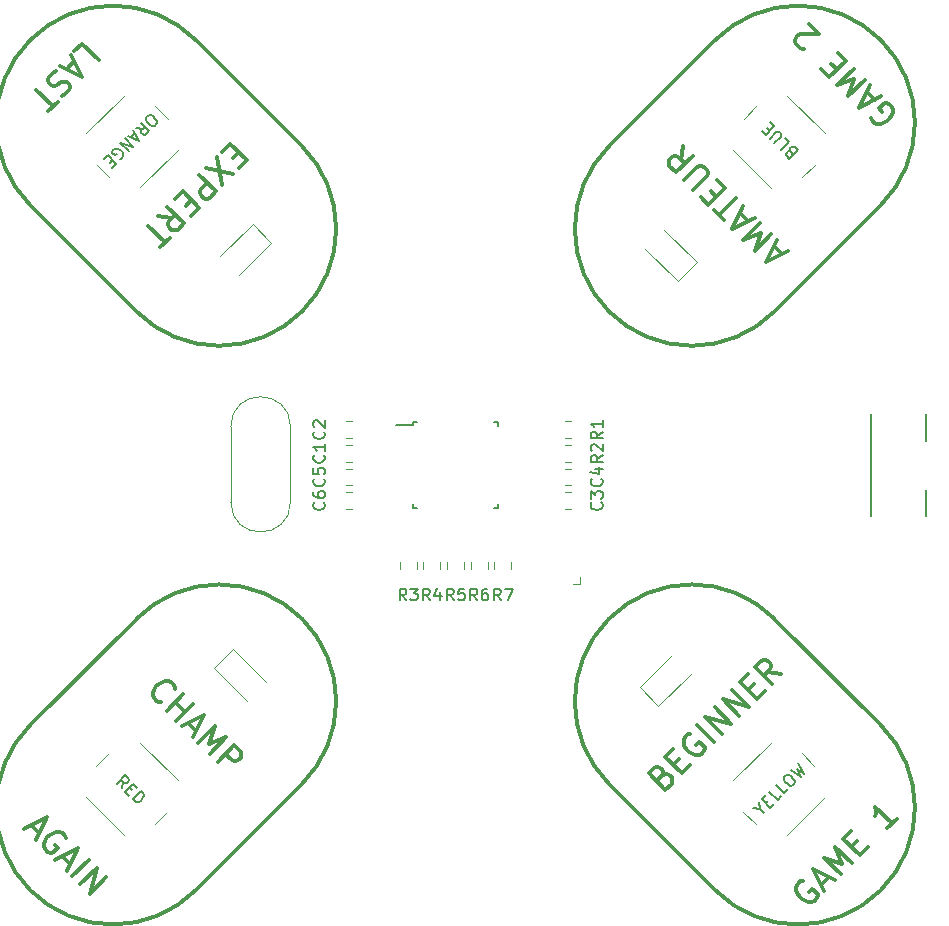
<source format=gbr>
G04 #@! TF.GenerationSoftware,KiCad,Pcbnew,(5.1.4)-1*
G04 #@! TF.CreationDate,2019-10-23T12:43:35-04:00*
G04 #@! TF.ProjectId,RepeatGame,52657065-6174-4476-916d-652e6b696361,A*
G04 #@! TF.SameCoordinates,Original*
G04 #@! TF.FileFunction,Legend,Top*
G04 #@! TF.FilePolarity,Positive*
%FSLAX46Y46*%
G04 Gerber Fmt 4.6, Leading zero omitted, Abs format (unit mm)*
G04 Created by KiCad (PCBNEW (5.1.4)-1) date 2019-10-23 12:43:35*
%MOMM*%
%LPD*%
G04 APERTURE LIST*
%ADD10C,0.300000*%
%ADD11C,0.150000*%
%ADD12C,0.120000*%
G04 APERTURE END LIST*
D10*
X170999999Y-47999999D02*
X162000000Y-57000000D01*
X162000000Y-57000000D02*
G75*
G02X148000002Y-43000002I-6999999J6999999D01*
G01*
X157000001Y-34000001D02*
G75*
G02X170999999Y-47999999I6999999J-6999999D01*
G01*
X157000001Y-34000001D02*
X148000000Y-43000000D01*
X99000000Y-48000000D02*
G75*
G02X112999998Y-34000002I6999999J6999999D01*
G01*
X108000001Y-56999999D02*
X99000000Y-48000000D01*
X121999999Y-43000001D02*
G75*
G02X108000001Y-56999999I-6999999J-6999999D01*
G01*
X121999999Y-43000001D02*
X113000000Y-34000000D01*
X99000001Y-92000001D02*
X108000000Y-83000000D01*
X112999999Y-105999999D02*
X122000000Y-97000000D01*
X108000000Y-83000000D02*
G75*
G02X121999998Y-96999998I6999999J-6999999D01*
G01*
X112999999Y-105999999D02*
G75*
G02X99000001Y-92000001I-6999999J6999999D01*
G01*
X148000001Y-96999999D02*
X157000000Y-106000000D01*
X161999999Y-83000001D02*
X171000000Y-92000000D01*
X171000000Y-92000000D02*
G75*
G02X157000002Y-105999998I-6999999J-6999999D01*
G01*
X148000001Y-96999999D02*
G75*
G02X161999999Y-83000001I6999999J6999999D01*
G01*
X170188663Y-40602877D02*
X170256007Y-40804907D01*
X170458037Y-41006938D01*
X170727411Y-41141625D01*
X170996785Y-41141625D01*
X171198816Y-41074281D01*
X171535533Y-40872251D01*
X171737564Y-40670220D01*
X171939594Y-40333503D01*
X172006938Y-40131472D01*
X172006938Y-39862098D01*
X171872251Y-39592724D01*
X171737564Y-39458037D01*
X171468190Y-39323350D01*
X171333503Y-39323350D01*
X170862098Y-39794755D01*
X171131472Y-40064129D01*
X170525381Y-39053976D02*
X169851946Y-38380541D01*
X171064129Y-38784602D02*
X169178511Y-39727411D01*
X170121320Y-37841793D01*
X169649915Y-37370389D02*
X168235702Y-38784602D01*
X168774450Y-37303045D01*
X167292893Y-37841793D01*
X168707106Y-36427580D01*
X167292893Y-36494923D02*
X166821488Y-36023519D01*
X167360236Y-35080710D02*
X168033671Y-35754145D01*
X166619458Y-37168358D01*
X165946023Y-36494923D01*
X164464466Y-34743992D02*
X164329779Y-34743992D01*
X164127748Y-34676649D01*
X163791031Y-34339931D01*
X163723687Y-34137901D01*
X163723687Y-34003214D01*
X163791031Y-33801183D01*
X163925718Y-33666496D01*
X164195092Y-33531809D01*
X165811336Y-33531809D01*
X164935870Y-32656344D01*
X102740778Y-34979694D02*
X103414213Y-34306259D01*
X104828427Y-35720473D01*
X102740778Y-35787816D02*
X102067343Y-36461251D01*
X102471404Y-35249068D02*
X103414213Y-37134687D01*
X101528595Y-36191877D01*
X101191877Y-36663282D02*
X100922503Y-36797969D01*
X100585786Y-37134687D01*
X100518442Y-37336717D01*
X100518442Y-37471404D01*
X100585786Y-37673435D01*
X100720473Y-37808122D01*
X100922503Y-37875465D01*
X101057190Y-37875465D01*
X101259221Y-37808122D01*
X101595938Y-37606091D01*
X101797969Y-37538748D01*
X101932656Y-37538748D01*
X102134687Y-37606091D01*
X102269374Y-37740778D01*
X102336717Y-37942809D01*
X102336717Y-38077496D01*
X102269374Y-38279526D01*
X101932656Y-38616244D01*
X101663282Y-38750931D01*
X101326564Y-39222335D02*
X100518442Y-40030457D01*
X99508290Y-38212183D02*
X100922503Y-39626396D01*
X99036885Y-100508290D02*
X99710320Y-101181725D01*
X98498137Y-100777664D02*
X100383755Y-99834855D01*
X99440946Y-101720473D01*
X102000000Y-101585786D02*
X101932656Y-101383755D01*
X101730625Y-101181725D01*
X101461251Y-101047038D01*
X101191877Y-101047038D01*
X100989847Y-101114381D01*
X100653129Y-101316412D01*
X100451099Y-101518442D01*
X100249068Y-101855160D01*
X100181725Y-102057190D01*
X100181725Y-102326564D01*
X100316412Y-102595938D01*
X100451099Y-102730625D01*
X100720473Y-102865312D01*
X100855160Y-102865312D01*
X101326564Y-102393908D01*
X101057190Y-102124534D01*
X101663282Y-103134687D02*
X102336717Y-103808122D01*
X101124534Y-103404061D02*
X103010152Y-102461251D01*
X102067343Y-104346870D01*
X102538748Y-104818274D02*
X103952961Y-103404061D01*
X103212183Y-105491709D02*
X104626396Y-104077496D01*
X104020305Y-106299831D01*
X105434518Y-104885618D01*
X164397122Y-105188663D02*
X164195092Y-105256007D01*
X163993061Y-105458037D01*
X163858374Y-105727411D01*
X163858374Y-105996785D01*
X163925718Y-106198816D01*
X164127748Y-106535533D01*
X164329779Y-106737564D01*
X164666496Y-106939594D01*
X164868527Y-107006938D01*
X165137901Y-107006938D01*
X165407275Y-106872251D01*
X165541962Y-106737564D01*
X165676649Y-106468190D01*
X165676649Y-106333503D01*
X165205244Y-105862098D01*
X164935870Y-106131472D01*
X165946023Y-105525381D02*
X166619458Y-104851946D01*
X166215397Y-106064129D02*
X165272588Y-104178511D01*
X167158206Y-105121320D01*
X167629610Y-104649915D02*
X166215397Y-103235702D01*
X167696954Y-103774450D01*
X167158206Y-102292893D01*
X168572419Y-103707106D01*
X168505076Y-102292893D02*
X168976480Y-101821488D01*
X169919289Y-102360236D02*
X169245854Y-103033671D01*
X167831641Y-101619458D01*
X168505076Y-100946023D01*
X172343655Y-99935870D02*
X171535533Y-100743992D01*
X171939594Y-100339931D02*
X170525381Y-98925718D01*
X170592724Y-99262435D01*
X170592724Y-99531809D01*
X170525381Y-99733840D01*
X110070557Y-90080710D02*
X109935870Y-90080710D01*
X109666496Y-89946023D01*
X109531809Y-89811336D01*
X109397122Y-89541962D01*
X109397122Y-89272588D01*
X109464466Y-89070557D01*
X109666496Y-88733840D01*
X109868527Y-88531809D01*
X110205244Y-88329779D01*
X110407275Y-88262435D01*
X110676649Y-88262435D01*
X110946023Y-88397122D01*
X111080710Y-88531809D01*
X111215397Y-88801183D01*
X111215397Y-88935870D01*
X110541962Y-90821488D02*
X111956175Y-89407275D01*
X111282740Y-90080710D02*
X112090862Y-90888832D01*
X111350084Y-91629610D02*
X112764297Y-90215397D01*
X112360236Y-91831641D02*
X113033671Y-92505076D01*
X111821488Y-92101015D02*
X113707106Y-91158206D01*
X112764297Y-93043824D01*
X113235702Y-93515228D02*
X114649915Y-92101015D01*
X114111167Y-93582572D01*
X115592724Y-93043824D01*
X114178511Y-94458037D01*
X114851946Y-95131472D02*
X116266159Y-93717259D01*
X116804907Y-94256007D01*
X116872251Y-94458037D01*
X116872251Y-94592724D01*
X116804907Y-94794755D01*
X116602877Y-94996785D01*
X116400846Y-95064129D01*
X116266159Y-95064129D01*
X116064129Y-94996785D01*
X115525381Y-94458037D01*
X116670220Y-43531809D02*
X116198816Y-44003214D01*
X115256007Y-43464466D02*
X115929442Y-42791031D01*
X117343655Y-44205244D01*
X116670220Y-44878679D01*
X116198816Y-45350084D02*
X113841793Y-44878679D01*
X115256007Y-46292893D02*
X114784602Y-43935870D01*
X113303045Y-45417427D02*
X114717259Y-46831641D01*
X114178511Y-47370389D01*
X113976480Y-47437732D01*
X113841793Y-47437732D01*
X113639763Y-47370389D01*
X113437732Y-47168358D01*
X113370389Y-46966328D01*
X113370389Y-46831641D01*
X113437732Y-46629610D01*
X113976480Y-46090862D01*
X112629610Y-47572419D02*
X112158206Y-48043824D01*
X111215397Y-47505076D02*
X111888832Y-46831641D01*
X113303045Y-48245854D01*
X112629610Y-48919289D01*
X109801183Y-48919289D02*
X110946023Y-49121320D01*
X110609305Y-48111167D02*
X112023519Y-49525381D01*
X111484771Y-50064129D01*
X111282740Y-50131472D01*
X111148053Y-50131472D01*
X110946023Y-50064129D01*
X110743992Y-49862098D01*
X110676649Y-49660068D01*
X110676649Y-49525381D01*
X110743992Y-49323350D01*
X111282740Y-48784602D01*
X110811336Y-50737564D02*
X110003214Y-51545686D01*
X108993061Y-49727411D02*
X110407275Y-51141625D01*
X162613029Y-52141625D02*
X161939594Y-51468190D01*
X163151777Y-51872251D02*
X161266159Y-52815060D01*
X162208968Y-50929442D01*
X161737564Y-50458037D02*
X160323350Y-51872251D01*
X160862098Y-50390694D01*
X159380541Y-50929442D01*
X160794755Y-49515228D01*
X159784602Y-49313198D02*
X159111167Y-48639763D01*
X160323350Y-49043824D02*
X158437732Y-49986633D01*
X159380541Y-48101015D01*
X157696954Y-49245854D02*
X156888832Y-48437732D01*
X158707106Y-47427580D02*
X157292893Y-48841793D01*
X157090862Y-47292893D02*
X156619458Y-46821488D01*
X157158206Y-45878679D02*
X157831641Y-46552114D01*
X156417427Y-47966328D01*
X155743992Y-47292893D01*
X155137901Y-46686801D02*
X156282740Y-45541962D01*
X156350084Y-45339931D01*
X156350084Y-45205244D01*
X156282740Y-45003214D01*
X156013366Y-44733840D01*
X155811336Y-44666496D01*
X155676649Y-44666496D01*
X155474618Y-44733840D01*
X154329779Y-45878679D01*
X154262435Y-42982909D02*
X154060405Y-44127748D01*
X155070557Y-43791031D02*
X153656344Y-45205244D01*
X153117596Y-44666496D01*
X153050252Y-44464466D01*
X153050252Y-44329779D01*
X153117596Y-44127748D01*
X153319626Y-43925718D01*
X153521657Y-43858374D01*
X153656344Y-43858374D01*
X153858374Y-43925718D01*
X154397122Y-44464466D01*
X152487985Y-96309984D02*
X152757359Y-96175297D01*
X152892046Y-96175297D01*
X153094076Y-96242640D01*
X153296107Y-96444671D01*
X153363450Y-96646701D01*
X153363450Y-96781388D01*
X153296107Y-96983419D01*
X152757359Y-97522167D01*
X151343145Y-96107953D01*
X151814550Y-95636549D01*
X152016580Y-95569205D01*
X152151267Y-95569205D01*
X152353298Y-95636549D01*
X152487985Y-95771236D01*
X152555328Y-95973266D01*
X152555328Y-96107953D01*
X152487985Y-96309984D01*
X152016580Y-96781388D01*
X153430794Y-95367175D02*
X153902198Y-94895770D01*
X154845007Y-95434518D02*
X154171572Y-96107953D01*
X152757359Y-94693740D01*
X153430794Y-94020305D01*
X154845007Y-92740778D02*
X154642977Y-92808122D01*
X154440946Y-93010152D01*
X154306259Y-93279526D01*
X154306259Y-93548900D01*
X154373603Y-93750931D01*
X154575633Y-94087648D01*
X154777664Y-94289679D01*
X155114381Y-94491709D01*
X155316412Y-94559053D01*
X155585786Y-94559053D01*
X155855160Y-94424366D01*
X155989847Y-94289679D01*
X156124534Y-94020305D01*
X156124534Y-93885618D01*
X155653129Y-93414213D01*
X155383755Y-93683587D01*
X156865312Y-93414213D02*
X155451099Y-92000000D01*
X157538748Y-92740778D02*
X156124534Y-91326564D01*
X158346870Y-91932656D01*
X156932656Y-90518442D01*
X159020305Y-91259221D02*
X157606091Y-89845007D01*
X159828427Y-90451099D01*
X158414213Y-89036885D01*
X159761083Y-89036885D02*
X160232488Y-88565481D01*
X161175297Y-89104229D02*
X160501862Y-89777664D01*
X159087648Y-88363450D01*
X159761083Y-87690015D01*
X162589510Y-87690015D02*
X161444671Y-87487985D01*
X161781388Y-88498137D02*
X160367175Y-87083924D01*
X160905923Y-86545176D01*
X161107953Y-86477832D01*
X161242640Y-86477832D01*
X161444671Y-86545176D01*
X161646701Y-86747206D01*
X161714045Y-86949237D01*
X161714045Y-87083924D01*
X161646701Y-87285954D01*
X161107953Y-87824702D01*
D11*
X174800000Y-68000000D02*
X174800000Y-65700000D01*
X174800000Y-74300000D02*
X174800000Y-72100000D01*
X170200000Y-74300000D02*
X170200000Y-65700000D01*
D12*
X109551650Y-100394291D02*
X110612311Y-99333631D01*
X111496194Y-96681981D02*
X108314214Y-93500000D01*
X105662563Y-94383883D02*
X104601903Y-95444544D01*
X103718019Y-98096194D02*
X106900000Y-101278175D01*
X104605709Y-44551650D02*
X105666369Y-45612311D01*
X108318019Y-46496194D02*
X111500000Y-43314214D01*
X110616117Y-40662563D02*
X109555456Y-39601903D01*
X106903806Y-38718019D02*
X103721825Y-41900000D01*
X160448350Y-39605709D02*
X159387689Y-40666369D01*
X158503806Y-43318019D02*
X161685786Y-46500000D01*
X164337437Y-45616117D02*
X165398097Y-44555456D01*
X166281981Y-41903806D02*
X163100000Y-38721825D01*
X165394291Y-95448350D02*
X164333631Y-94387689D01*
X161681981Y-93503806D02*
X158500000Y-96685786D01*
X159383883Y-99337437D02*
X160444544Y-100398097D01*
X163096194Y-101281981D02*
X166278175Y-98100000D01*
X138290000Y-78238748D02*
X138290000Y-78761252D01*
X139710000Y-78238748D02*
X139710000Y-78761252D01*
X136290000Y-78238748D02*
X136290000Y-78761252D01*
X137710000Y-78238748D02*
X137710000Y-78761252D01*
X134290000Y-78238748D02*
X134290000Y-78761252D01*
X135710000Y-78238748D02*
X135710000Y-78761252D01*
X132290000Y-78238748D02*
X132290000Y-78761252D01*
X133710000Y-78238748D02*
X133710000Y-78761252D01*
X145570000Y-79470000D02*
X145570000Y-80105000D01*
X145570000Y-80105000D02*
X144935000Y-80105000D01*
X114581695Y-87186827D02*
X117328805Y-89933937D01*
X116186827Y-85581695D02*
X114581695Y-87186827D01*
X118933937Y-88328805D02*
X116186827Y-85581695D01*
X117813173Y-49581695D02*
X115066063Y-52328805D01*
X119418305Y-51186827D02*
X117813173Y-49581695D01*
X116671195Y-53933937D02*
X119418305Y-51186827D01*
X155418305Y-52813173D02*
X152671195Y-50066063D01*
X153813173Y-54418305D02*
X155418305Y-52813173D01*
X151066063Y-51671195D02*
X153813173Y-54418305D01*
X152186827Y-90418305D02*
X154933937Y-87671195D01*
X150581695Y-88813173D02*
X152186827Y-90418305D01*
X153328805Y-86066063D02*
X150581695Y-88813173D01*
X115975000Y-73140000D02*
G75*
G03X121025000Y-73140000I2525000J0D01*
G01*
X115975000Y-66740000D02*
G75*
G02X121025000Y-66740000I2525000J0D01*
G01*
X115975000Y-66740000D02*
X115975000Y-73140000D01*
X121025000Y-66740000D02*
X121025000Y-73140000D01*
D11*
X131375000Y-66600000D02*
X129950000Y-66600000D01*
X138625000Y-66375000D02*
X138300000Y-66375000D01*
X138625000Y-73625000D02*
X138300000Y-73625000D01*
X131375000Y-73625000D02*
X131700000Y-73625000D01*
X131375000Y-66375000D02*
X131700000Y-66375000D01*
X131375000Y-73625000D02*
X131375000Y-73300000D01*
X138625000Y-73625000D02*
X138625000Y-73300000D01*
X138625000Y-66375000D02*
X138625000Y-66700000D01*
X131375000Y-66375000D02*
X131375000Y-66600000D01*
D12*
X130290000Y-78238748D02*
X130290000Y-78761252D01*
X131710000Y-78238748D02*
X131710000Y-78761252D01*
X144761252Y-66290000D02*
X144238748Y-66290000D01*
X144761252Y-67710000D02*
X144238748Y-67710000D01*
X144238748Y-69710000D02*
X144761252Y-69710000D01*
X144238748Y-68290000D02*
X144761252Y-68290000D01*
X125738748Y-73710000D02*
X126261252Y-73710000D01*
X125738748Y-72290000D02*
X126261252Y-72290000D01*
X125738748Y-71710000D02*
X126261252Y-71710000D01*
X125738748Y-70290000D02*
X126261252Y-70290000D01*
X144238748Y-71710000D02*
X144761252Y-71710000D01*
X144238748Y-70290000D02*
X144761252Y-70290000D01*
X144761252Y-72290000D02*
X144238748Y-72290000D01*
X144761252Y-73710000D02*
X144238748Y-73710000D01*
X125738748Y-67710000D02*
X126261252Y-67710000D01*
X125738748Y-66290000D02*
X126261252Y-66290000D01*
X125738748Y-69710000D02*
X126261252Y-69710000D01*
X125738748Y-68290000D02*
X126261252Y-68290000D01*
D11*
X138833333Y-81452380D02*
X138500000Y-80976190D01*
X138261904Y-81452380D02*
X138261904Y-80452380D01*
X138642857Y-80452380D01*
X138738095Y-80500000D01*
X138785714Y-80547619D01*
X138833333Y-80642857D01*
X138833333Y-80785714D01*
X138785714Y-80880952D01*
X138738095Y-80928571D01*
X138642857Y-80976190D01*
X138261904Y-80976190D01*
X139166666Y-80452380D02*
X139833333Y-80452380D01*
X139404761Y-81452380D01*
X136833333Y-81452380D02*
X136500000Y-80976190D01*
X136261904Y-81452380D02*
X136261904Y-80452380D01*
X136642857Y-80452380D01*
X136738095Y-80500000D01*
X136785714Y-80547619D01*
X136833333Y-80642857D01*
X136833333Y-80785714D01*
X136785714Y-80880952D01*
X136738095Y-80928571D01*
X136642857Y-80976190D01*
X136261904Y-80976190D01*
X137690476Y-80452380D02*
X137500000Y-80452380D01*
X137404761Y-80500000D01*
X137357142Y-80547619D01*
X137261904Y-80690476D01*
X137214285Y-80880952D01*
X137214285Y-81261904D01*
X137261904Y-81357142D01*
X137309523Y-81404761D01*
X137404761Y-81452380D01*
X137595238Y-81452380D01*
X137690476Y-81404761D01*
X137738095Y-81357142D01*
X137785714Y-81261904D01*
X137785714Y-81023809D01*
X137738095Y-80928571D01*
X137690476Y-80880952D01*
X137595238Y-80833333D01*
X137404761Y-80833333D01*
X137309523Y-80880952D01*
X137261904Y-80928571D01*
X137214285Y-81023809D01*
X134833333Y-81452380D02*
X134500000Y-80976190D01*
X134261904Y-81452380D02*
X134261904Y-80452380D01*
X134642857Y-80452380D01*
X134738095Y-80500000D01*
X134785714Y-80547619D01*
X134833333Y-80642857D01*
X134833333Y-80785714D01*
X134785714Y-80880952D01*
X134738095Y-80928571D01*
X134642857Y-80976190D01*
X134261904Y-80976190D01*
X135738095Y-80452380D02*
X135261904Y-80452380D01*
X135214285Y-80928571D01*
X135261904Y-80880952D01*
X135357142Y-80833333D01*
X135595238Y-80833333D01*
X135690476Y-80880952D01*
X135738095Y-80928571D01*
X135785714Y-81023809D01*
X135785714Y-81261904D01*
X135738095Y-81357142D01*
X135690476Y-81404761D01*
X135595238Y-81452380D01*
X135357142Y-81452380D01*
X135261904Y-81404761D01*
X135214285Y-81357142D01*
X132833333Y-81452380D02*
X132500000Y-80976190D01*
X132261904Y-81452380D02*
X132261904Y-80452380D01*
X132642857Y-80452380D01*
X132738095Y-80500000D01*
X132785714Y-80547619D01*
X132833333Y-80642857D01*
X132833333Y-80785714D01*
X132785714Y-80880952D01*
X132738095Y-80928571D01*
X132642857Y-80976190D01*
X132261904Y-80976190D01*
X133690476Y-80785714D02*
X133690476Y-81452380D01*
X133452380Y-80404761D02*
X133214285Y-81119047D01*
X133833333Y-81119047D01*
X106725549Y-97365312D02*
X106826564Y-96792893D01*
X106321488Y-96961251D02*
X107028595Y-96254145D01*
X107297969Y-96523519D01*
X107331641Y-96624534D01*
X107331641Y-96691877D01*
X107297969Y-96792893D01*
X107196954Y-96893908D01*
X107095938Y-96927580D01*
X107028595Y-96927580D01*
X106927580Y-96893908D01*
X106658206Y-96624534D01*
X107398984Y-97297969D02*
X107634687Y-97533671D01*
X107365312Y-98005076D02*
X107028595Y-97668358D01*
X107735702Y-96961251D01*
X108072419Y-97297969D01*
X107668358Y-98308122D02*
X108375465Y-97601015D01*
X108543824Y-97769374D01*
X108611167Y-97904061D01*
X108611167Y-98038748D01*
X108577496Y-98139763D01*
X108476480Y-98308122D01*
X108375465Y-98409137D01*
X108207106Y-98510152D01*
X108106091Y-98543824D01*
X107971404Y-98543824D01*
X107836717Y-98476480D01*
X107668358Y-98308122D01*
X109654992Y-41119458D02*
X109520305Y-41254145D01*
X109419289Y-41287816D01*
X109284602Y-41287816D01*
X109116244Y-41186801D01*
X108880541Y-40951099D01*
X108779526Y-40782740D01*
X108779526Y-40648053D01*
X108813198Y-40547038D01*
X108947885Y-40412351D01*
X109048900Y-40378679D01*
X109183587Y-40378679D01*
X109351946Y-40479694D01*
X109587648Y-40715397D01*
X109688663Y-40883755D01*
X109688663Y-41018442D01*
X109654992Y-41119458D01*
X107937732Y-41422503D02*
X108510152Y-41523519D01*
X108341793Y-41018442D02*
X109048900Y-41725549D01*
X108779526Y-41994923D01*
X108678511Y-42028595D01*
X108611167Y-42028595D01*
X108510152Y-41994923D01*
X108409137Y-41893908D01*
X108375465Y-41792893D01*
X108375465Y-41725549D01*
X108409137Y-41624534D01*
X108678511Y-41355160D01*
X107870389Y-41893908D02*
X107533671Y-42230625D01*
X107735702Y-41624534D02*
X108207106Y-42567343D01*
X107264297Y-42095938D01*
X107028595Y-42331641D02*
X107735702Y-43038748D01*
X106624534Y-42735702D01*
X107331641Y-43442809D01*
X106590862Y-44116244D02*
X106691877Y-44082572D01*
X106792893Y-43981557D01*
X106860236Y-43846870D01*
X106860236Y-43712183D01*
X106826564Y-43611167D01*
X106725549Y-43442809D01*
X106624534Y-43341793D01*
X106456175Y-43240778D01*
X106355160Y-43207106D01*
X106220473Y-43207106D01*
X106085786Y-43274450D01*
X106018442Y-43341793D01*
X105951099Y-43476480D01*
X105951099Y-43543824D01*
X106186801Y-43779526D01*
X106321488Y-43644839D01*
X105951099Y-44149915D02*
X105715397Y-44385618D01*
X105243992Y-44116244D02*
X105580710Y-43779526D01*
X106287816Y-44486633D01*
X105951099Y-44823350D01*
X163375465Y-43476480D02*
X163308122Y-43341793D01*
X163308122Y-43274450D01*
X163341793Y-43173435D01*
X163442809Y-43072419D01*
X163543824Y-43038748D01*
X163611167Y-43038748D01*
X163712183Y-43072419D01*
X163981557Y-43341793D01*
X163274450Y-44048900D01*
X163038748Y-43813198D01*
X163005076Y-43712183D01*
X163005076Y-43644839D01*
X163038748Y-43543824D01*
X163106091Y-43476480D01*
X163207106Y-43442809D01*
X163274450Y-43442809D01*
X163375465Y-43476480D01*
X163611167Y-43712183D01*
X162937732Y-42297969D02*
X163274450Y-42634687D01*
X162567343Y-43341793D01*
X161994923Y-42769374D02*
X162567343Y-42196954D01*
X162601015Y-42095938D01*
X162601015Y-42028595D01*
X162567343Y-41927580D01*
X162432656Y-41792893D01*
X162331641Y-41759221D01*
X162264297Y-41759221D01*
X162163282Y-41792893D01*
X161590862Y-42365312D01*
X161590862Y-41691877D02*
X161355160Y-41456175D01*
X161624534Y-40984771D02*
X161961251Y-41321488D01*
X161254145Y-42028595D01*
X160917427Y-41691877D01*
X160816412Y-99149915D02*
X161153129Y-99486633D01*
X160210320Y-99015228D02*
X160816412Y-99149915D01*
X160681725Y-98543824D01*
X161254145Y-98644839D02*
X161489847Y-98409137D01*
X161961251Y-98678511D02*
X161624534Y-99015228D01*
X160917427Y-98308122D01*
X161254145Y-97971404D01*
X162601015Y-98038748D02*
X162264297Y-98375465D01*
X161557190Y-97668358D01*
X163173435Y-97466328D02*
X162836717Y-97803045D01*
X162129610Y-97095938D01*
X162836717Y-96388832D02*
X162971404Y-96254145D01*
X163072419Y-96220473D01*
X163207106Y-96220473D01*
X163375465Y-96321488D01*
X163611167Y-96557190D01*
X163712183Y-96725549D01*
X163712183Y-96860236D01*
X163678511Y-96961251D01*
X163543824Y-97095938D01*
X163442809Y-97129610D01*
X163308122Y-97129610D01*
X163139763Y-97028595D01*
X162904061Y-96792893D01*
X162803045Y-96624534D01*
X162803045Y-96489847D01*
X162836717Y-96388832D01*
X163375465Y-95850084D02*
X164250931Y-96388832D01*
X163880541Y-95749068D01*
X164520305Y-96119458D01*
X163981557Y-95243992D01*
X130833333Y-81452380D02*
X130500000Y-80976190D01*
X130261904Y-81452380D02*
X130261904Y-80452380D01*
X130642857Y-80452380D01*
X130738095Y-80500000D01*
X130785714Y-80547619D01*
X130833333Y-80642857D01*
X130833333Y-80785714D01*
X130785714Y-80880952D01*
X130738095Y-80928571D01*
X130642857Y-80976190D01*
X130261904Y-80976190D01*
X131166666Y-80452380D02*
X131785714Y-80452380D01*
X131452380Y-80833333D01*
X131595238Y-80833333D01*
X131690476Y-80880952D01*
X131738095Y-80928571D01*
X131785714Y-81023809D01*
X131785714Y-81261904D01*
X131738095Y-81357142D01*
X131690476Y-81404761D01*
X131595238Y-81452380D01*
X131309523Y-81452380D01*
X131214285Y-81404761D01*
X131166666Y-81357142D01*
X147452380Y-69166666D02*
X146976190Y-69500000D01*
X147452380Y-69738095D02*
X146452380Y-69738095D01*
X146452380Y-69357142D01*
X146500000Y-69261904D01*
X146547619Y-69214285D01*
X146642857Y-69166666D01*
X146785714Y-69166666D01*
X146880952Y-69214285D01*
X146928571Y-69261904D01*
X146976190Y-69357142D01*
X146976190Y-69738095D01*
X146547619Y-68785714D02*
X146500000Y-68738095D01*
X146452380Y-68642857D01*
X146452380Y-68404761D01*
X146500000Y-68309523D01*
X146547619Y-68261904D01*
X146642857Y-68214285D01*
X146738095Y-68214285D01*
X146880952Y-68261904D01*
X147452380Y-68833333D01*
X147452380Y-68214285D01*
X147452380Y-67166666D02*
X146976190Y-67500000D01*
X147452380Y-67738095D02*
X146452380Y-67738095D01*
X146452380Y-67357142D01*
X146500000Y-67261904D01*
X146547619Y-67214285D01*
X146642857Y-67166666D01*
X146785714Y-67166666D01*
X146880952Y-67214285D01*
X146928571Y-67261904D01*
X146976190Y-67357142D01*
X146976190Y-67738095D01*
X147452380Y-66214285D02*
X147452380Y-66785714D01*
X147452380Y-66500000D02*
X146452380Y-66500000D01*
X146595238Y-66595238D01*
X146690476Y-66690476D01*
X146738095Y-66785714D01*
X123857142Y-73166666D02*
X123904761Y-73214285D01*
X123952380Y-73357142D01*
X123952380Y-73452380D01*
X123904761Y-73595238D01*
X123809523Y-73690476D01*
X123714285Y-73738095D01*
X123523809Y-73785714D01*
X123380952Y-73785714D01*
X123190476Y-73738095D01*
X123095238Y-73690476D01*
X123000000Y-73595238D01*
X122952380Y-73452380D01*
X122952380Y-73357142D01*
X123000000Y-73214285D01*
X123047619Y-73166666D01*
X122952380Y-72309523D02*
X122952380Y-72500000D01*
X123000000Y-72595238D01*
X123047619Y-72642857D01*
X123190476Y-72738095D01*
X123380952Y-72785714D01*
X123761904Y-72785714D01*
X123857142Y-72738095D01*
X123904761Y-72690476D01*
X123952380Y-72595238D01*
X123952380Y-72404761D01*
X123904761Y-72309523D01*
X123857142Y-72261904D01*
X123761904Y-72214285D01*
X123523809Y-72214285D01*
X123428571Y-72261904D01*
X123380952Y-72309523D01*
X123333333Y-72404761D01*
X123333333Y-72595238D01*
X123380952Y-72690476D01*
X123428571Y-72738095D01*
X123523809Y-72785714D01*
X123857142Y-71166666D02*
X123904761Y-71214285D01*
X123952380Y-71357142D01*
X123952380Y-71452380D01*
X123904761Y-71595238D01*
X123809523Y-71690476D01*
X123714285Y-71738095D01*
X123523809Y-71785714D01*
X123380952Y-71785714D01*
X123190476Y-71738095D01*
X123095238Y-71690476D01*
X123000000Y-71595238D01*
X122952380Y-71452380D01*
X122952380Y-71357142D01*
X123000000Y-71214285D01*
X123047619Y-71166666D01*
X122952380Y-70261904D02*
X122952380Y-70738095D01*
X123428571Y-70785714D01*
X123380952Y-70738095D01*
X123333333Y-70642857D01*
X123333333Y-70404761D01*
X123380952Y-70309523D01*
X123428571Y-70261904D01*
X123523809Y-70214285D01*
X123761904Y-70214285D01*
X123857142Y-70261904D01*
X123904761Y-70309523D01*
X123952380Y-70404761D01*
X123952380Y-70642857D01*
X123904761Y-70738095D01*
X123857142Y-70785714D01*
X147357142Y-71166666D02*
X147404761Y-71214285D01*
X147452380Y-71357142D01*
X147452380Y-71452380D01*
X147404761Y-71595238D01*
X147309523Y-71690476D01*
X147214285Y-71738095D01*
X147023809Y-71785714D01*
X146880952Y-71785714D01*
X146690476Y-71738095D01*
X146595238Y-71690476D01*
X146500000Y-71595238D01*
X146452380Y-71452380D01*
X146452380Y-71357142D01*
X146500000Y-71214285D01*
X146547619Y-71166666D01*
X146785714Y-70309523D02*
X147452380Y-70309523D01*
X146404761Y-70547619D02*
X147119047Y-70785714D01*
X147119047Y-70166666D01*
X147357142Y-73166666D02*
X147404761Y-73214285D01*
X147452380Y-73357142D01*
X147452380Y-73452380D01*
X147404761Y-73595238D01*
X147309523Y-73690476D01*
X147214285Y-73738095D01*
X147023809Y-73785714D01*
X146880952Y-73785714D01*
X146690476Y-73738095D01*
X146595238Y-73690476D01*
X146500000Y-73595238D01*
X146452380Y-73452380D01*
X146452380Y-73357142D01*
X146500000Y-73214285D01*
X146547619Y-73166666D01*
X146452380Y-72833333D02*
X146452380Y-72214285D01*
X146833333Y-72547619D01*
X146833333Y-72404761D01*
X146880952Y-72309523D01*
X146928571Y-72261904D01*
X147023809Y-72214285D01*
X147261904Y-72214285D01*
X147357142Y-72261904D01*
X147404761Y-72309523D01*
X147452380Y-72404761D01*
X147452380Y-72690476D01*
X147404761Y-72785714D01*
X147357142Y-72833333D01*
X123857142Y-67166666D02*
X123904761Y-67214285D01*
X123952380Y-67357142D01*
X123952380Y-67452380D01*
X123904761Y-67595238D01*
X123809523Y-67690476D01*
X123714285Y-67738095D01*
X123523809Y-67785714D01*
X123380952Y-67785714D01*
X123190476Y-67738095D01*
X123095238Y-67690476D01*
X123000000Y-67595238D01*
X122952380Y-67452380D01*
X122952380Y-67357142D01*
X123000000Y-67214285D01*
X123047619Y-67166666D01*
X123047619Y-66785714D02*
X123000000Y-66738095D01*
X122952380Y-66642857D01*
X122952380Y-66404761D01*
X123000000Y-66309523D01*
X123047619Y-66261904D01*
X123142857Y-66214285D01*
X123238095Y-66214285D01*
X123380952Y-66261904D01*
X123952380Y-66833333D01*
X123952380Y-66214285D01*
X123857142Y-69166666D02*
X123904761Y-69214285D01*
X123952380Y-69357142D01*
X123952380Y-69452380D01*
X123904761Y-69595238D01*
X123809523Y-69690476D01*
X123714285Y-69738095D01*
X123523809Y-69785714D01*
X123380952Y-69785714D01*
X123190476Y-69738095D01*
X123095238Y-69690476D01*
X123000000Y-69595238D01*
X122952380Y-69452380D01*
X122952380Y-69357142D01*
X123000000Y-69214285D01*
X123047619Y-69166666D01*
X123952380Y-68214285D02*
X123952380Y-68785714D01*
X123952380Y-68500000D02*
X122952380Y-68500000D01*
X123095238Y-68595238D01*
X123190476Y-68690476D01*
X123238095Y-68785714D01*
M02*

</source>
